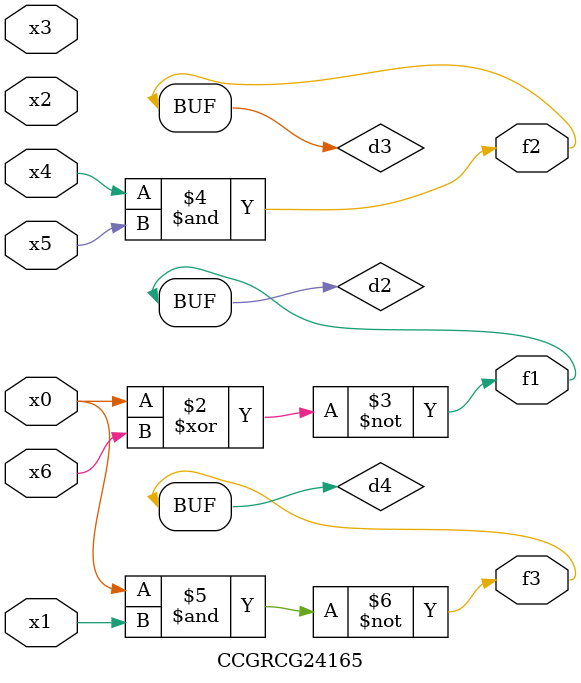
<source format=v>
module CCGRCG24165(
	input x0, x1, x2, x3, x4, x5, x6,
	output f1, f2, f3
);

	wire d1, d2, d3, d4;

	nor (d1, x0);
	xnor (d2, x0, x6);
	and (d3, x4, x5);
	nand (d4, x0, x1);
	assign f1 = d2;
	assign f2 = d3;
	assign f3 = d4;
endmodule

</source>
